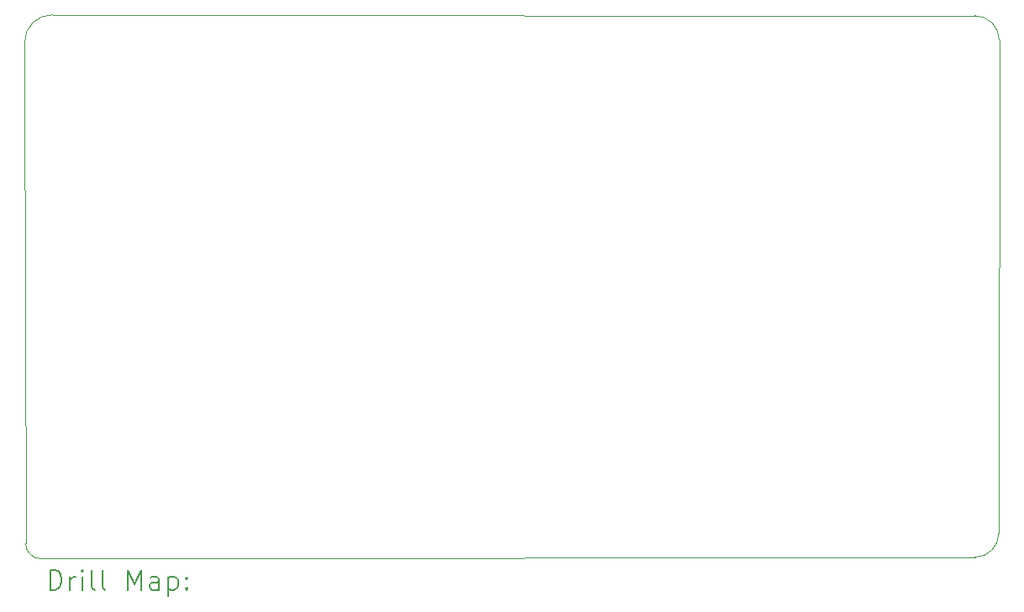
<source format=gbr>
%TF.GenerationSoftware,KiCad,Pcbnew,8.0.8*%
%TF.CreationDate,2025-02-20T16:07:12-05:00*%
%TF.ProjectId,ESP32_SMD,45535033-325f-4534-9d44-2e6b69636164,rev?*%
%TF.SameCoordinates,Original*%
%TF.FileFunction,Drillmap*%
%TF.FilePolarity,Positive*%
%FSLAX45Y45*%
G04 Gerber Fmt 4.5, Leading zero omitted, Abs format (unit mm)*
G04 Created by KiCad (PCBNEW 8.0.8) date 2025-02-20 16:07:12*
%MOMM*%
%LPD*%
G01*
G04 APERTURE LIST*
%ADD10C,0.050000*%
%ADD11C,0.200000*%
G04 APERTURE END LIST*
D10*
X2600113Y-3430000D02*
G75*
G02*
X2885294Y-3155000I275181J0D01*
G01*
X12410000Y-8385398D02*
G75*
G02*
X12170000Y-8625400I-240000J-2D01*
G01*
X12415294Y-3410000D02*
X12410294Y-8030000D01*
X3155000Y-3155000D02*
X12170294Y-3165000D01*
X12170294Y-3165000D02*
G75*
G02*
X12415290Y-3410000I-4J-245000D01*
G01*
X2610000Y-8485398D02*
X2599818Y-3722500D01*
X2885294Y-3155000D02*
X3155000Y-3155000D01*
X12170000Y-8625398D02*
X3034706Y-8640398D01*
X12410000Y-8385398D02*
X12410294Y-8030000D01*
X3034706Y-8640398D02*
X2765000Y-8640398D01*
X2600113Y-3430000D02*
X2599818Y-3722500D01*
X2765000Y-8640398D02*
G75*
G02*
X2610002Y-8485398I0J154998D01*
G01*
D11*
X2858095Y-8954382D02*
X2858095Y-8754382D01*
X2858095Y-8754382D02*
X2905714Y-8754382D01*
X2905714Y-8754382D02*
X2934286Y-8763906D01*
X2934286Y-8763906D02*
X2953333Y-8782954D01*
X2953333Y-8782954D02*
X2962857Y-8802001D01*
X2962857Y-8802001D02*
X2972381Y-8840096D01*
X2972381Y-8840096D02*
X2972381Y-8868668D01*
X2972381Y-8868668D02*
X2962857Y-8906763D01*
X2962857Y-8906763D02*
X2953333Y-8925811D01*
X2953333Y-8925811D02*
X2934286Y-8944858D01*
X2934286Y-8944858D02*
X2905714Y-8954382D01*
X2905714Y-8954382D02*
X2858095Y-8954382D01*
X3058095Y-8954382D02*
X3058095Y-8821049D01*
X3058095Y-8859144D02*
X3067619Y-8840096D01*
X3067619Y-8840096D02*
X3077143Y-8830573D01*
X3077143Y-8830573D02*
X3096190Y-8821049D01*
X3096190Y-8821049D02*
X3115238Y-8821049D01*
X3181905Y-8954382D02*
X3181905Y-8821049D01*
X3181905Y-8754382D02*
X3172381Y-8763906D01*
X3172381Y-8763906D02*
X3181905Y-8773430D01*
X3181905Y-8773430D02*
X3191428Y-8763906D01*
X3191428Y-8763906D02*
X3181905Y-8754382D01*
X3181905Y-8754382D02*
X3181905Y-8773430D01*
X3305714Y-8954382D02*
X3286666Y-8944858D01*
X3286666Y-8944858D02*
X3277143Y-8925811D01*
X3277143Y-8925811D02*
X3277143Y-8754382D01*
X3410476Y-8954382D02*
X3391428Y-8944858D01*
X3391428Y-8944858D02*
X3381905Y-8925811D01*
X3381905Y-8925811D02*
X3381905Y-8754382D01*
X3639047Y-8954382D02*
X3639047Y-8754382D01*
X3639047Y-8754382D02*
X3705714Y-8897239D01*
X3705714Y-8897239D02*
X3772381Y-8754382D01*
X3772381Y-8754382D02*
X3772381Y-8954382D01*
X3953333Y-8954382D02*
X3953333Y-8849620D01*
X3953333Y-8849620D02*
X3943809Y-8830573D01*
X3943809Y-8830573D02*
X3924762Y-8821049D01*
X3924762Y-8821049D02*
X3886666Y-8821049D01*
X3886666Y-8821049D02*
X3867619Y-8830573D01*
X3953333Y-8944858D02*
X3934286Y-8954382D01*
X3934286Y-8954382D02*
X3886666Y-8954382D01*
X3886666Y-8954382D02*
X3867619Y-8944858D01*
X3867619Y-8944858D02*
X3858095Y-8925811D01*
X3858095Y-8925811D02*
X3858095Y-8906763D01*
X3858095Y-8906763D02*
X3867619Y-8887716D01*
X3867619Y-8887716D02*
X3886666Y-8878192D01*
X3886666Y-8878192D02*
X3934286Y-8878192D01*
X3934286Y-8878192D02*
X3953333Y-8868668D01*
X4048571Y-8821049D02*
X4048571Y-9021049D01*
X4048571Y-8830573D02*
X4067619Y-8821049D01*
X4067619Y-8821049D02*
X4105714Y-8821049D01*
X4105714Y-8821049D02*
X4124762Y-8830573D01*
X4124762Y-8830573D02*
X4134286Y-8840096D01*
X4134286Y-8840096D02*
X4143809Y-8859144D01*
X4143809Y-8859144D02*
X4143809Y-8916287D01*
X4143809Y-8916287D02*
X4134286Y-8935335D01*
X4134286Y-8935335D02*
X4124762Y-8944858D01*
X4124762Y-8944858D02*
X4105714Y-8954382D01*
X4105714Y-8954382D02*
X4067619Y-8954382D01*
X4067619Y-8954382D02*
X4048571Y-8944858D01*
X4229524Y-8935335D02*
X4239048Y-8944858D01*
X4239048Y-8944858D02*
X4229524Y-8954382D01*
X4229524Y-8954382D02*
X4220000Y-8944858D01*
X4220000Y-8944858D02*
X4229524Y-8935335D01*
X4229524Y-8935335D02*
X4229524Y-8954382D01*
X4229524Y-8830573D02*
X4239048Y-8840096D01*
X4239048Y-8840096D02*
X4229524Y-8849620D01*
X4229524Y-8849620D02*
X4220000Y-8840096D01*
X4220000Y-8840096D02*
X4229524Y-8830573D01*
X4229524Y-8830573D02*
X4229524Y-8849620D01*
M02*

</source>
